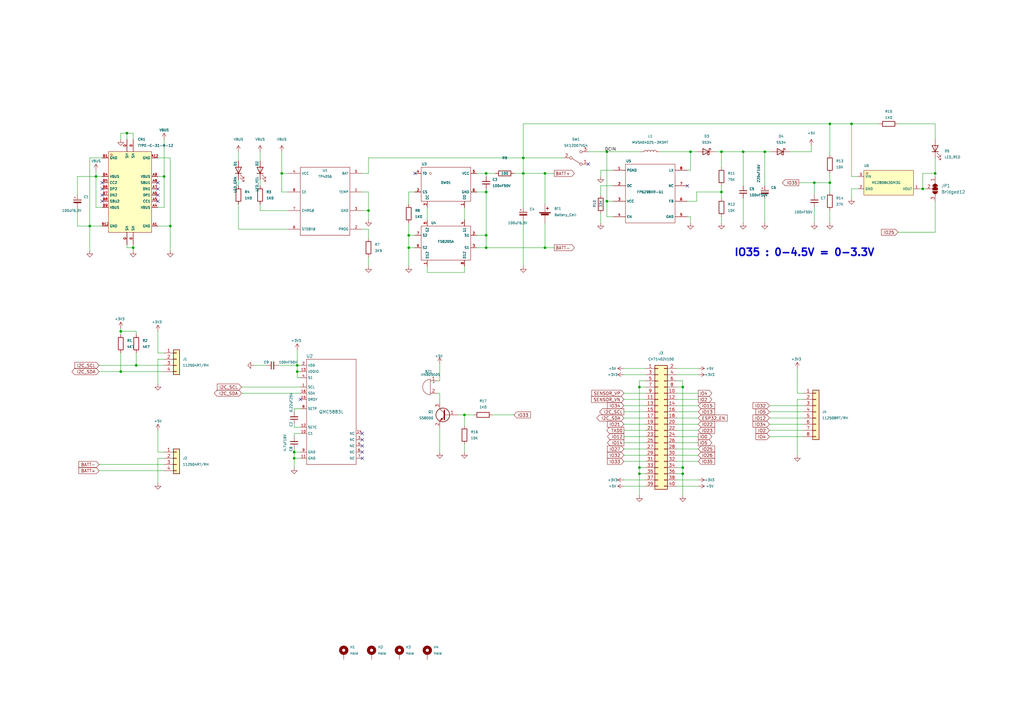
<source format=kicad_sch>
(kicad_sch (version 20211123) (generator eeschema)
  (paper "A3")
  (title_block (rev "1"))
  (lib_symbols
    (symbol "Connector_Generic:Conn_01x04" (pin_names (offset 1.016) hide)
      (property "Reference" "J" (at 0 5.08 0))
      (property "Value" "Conn_01x04" (at 0 -7.62 0))
      (symbol "Conn_01x04_1_1"
        (pin passive line (at -5.08 2.54 0) (length 3.81) (name "Pin_1") (number "1"))
        (pin passive line (at -5.08 0 0) (length 3.81) (name "Pin_2") (number "2"))
        (pin passive line (at -5.08 -2.54 0) (length 3.81) (name "Pin_3") (number "3"))
        (pin passive line (at -5.08 -5.08 0) (length 3.81) (name "Pin_4") (number "4"))
      )
    )
    (symbol "Connector_Generic:Conn_01x08" (pin_names (offset 1.016) hide)
      (property "Reference" "J" (at 0 10.16 0))
      (property "Value" "Conn_01x08" (at 0 -12.7 0))
      (symbol "Conn_01x08_1_1"
        (pin passive line (at -5.08 7.62 0) (length 3.81) (name "Pin_1") (number "1"))
        (pin passive line (at -5.08 5.08 0) (length 3.81) (name "Pin_2") (number "2"))
        (pin passive line (at -5.08 2.54 0) (length 3.81) (name "Pin_3") (number "3"))
        (pin passive line (at -5.08 0 0) (length 3.81) (name "Pin_4") (number "4"))
        (pin passive line (at -5.08 -2.54 0) (length 3.81) (name "Pin_5") (number "5"))
        (pin passive line (at -5.08 -5.08 0) (length 3.81) (name "Pin_6") (number "6"))
        (pin passive line (at -5.08 -7.62 0) (length 3.81) (name "Pin_7") (number "7"))
        (pin passive line (at -5.08 -10.16 0) (length 3.81) (name "Pin_8") (number "8"))
      )
    )
    (symbol "Connector_Generic:Conn_02x20_Odd_Even" (pin_names (offset 1.016) hide)
      (property "Reference" "J" (at 1.27 25.4 0))
      (property "Value" "Conn_02x20_Odd_Even" (at 1.27 -27.94 0))
      (symbol "Conn_02x20_Odd_Even_1_1"
        (pin passive line (at -5.08 22.86 0) (length 3.81) (name "Pin_1") (number "1"))
        (pin passive line (at 7.62 12.7 180) (length 3.81) (name "Pin_10") (number "10"))
        (pin passive line (at -5.08 10.16 0) (length 3.81) (name "Pin_11") (number "11"))
        (pin passive line (at 7.62 10.16 180) (length 3.81) (name "Pin_12") (number "12"))
        (pin passive line (at -5.08 7.62 0) (length 3.81) (name "Pin_13") (number "13"))
        (pin passive line (at 7.62 7.62 180) (length 3.81) (name "Pin_14") (number "14"))
        (pin passive line (at -5.08 5.08 0) (length 3.81) (name "Pin_15") (number "15"))
        (pin passive line (at 7.62 5.08 180) (length 3.81) (name "Pin_16") (number "16"))
        (pin passive line (at -5.08 2.54 0) (length 3.81) (name "Pin_17") (number "17"))
        (pin passive line (at 7.62 2.54 180) (length 3.81) (name "Pin_18") (number "18"))
        (pin passive line (at -5.08 0 0) (length 3.81) (name "Pin_19") (number "19"))
        (pin passive line (at 7.62 22.86 180) (length 3.81) (name "Pin_2") (number "2"))
        (pin passive line (at 7.62 0 180) (length 3.81) (name "Pin_20") (number "20"))
        (pin passive line (at -5.08 -2.54 0) (length 3.81) (name "Pin_21") (number "21"))
        (pin passive line (at 7.62 -2.54 180) (length 3.81) (name "Pin_22") (number "22"))
        (pin passive line (at -5.08 -5.08 0) (length 3.81) (name "Pin_23") (number "23"))
        (pin passive line (at 7.62 -5.08 180) (length 3.81) (name "Pin_24") (number "24"))
        (pin passive line (at -5.08 -7.62 0) (length 3.81) (name "Pin_25") (number "25"))
        (pin passive line (at 7.62 -7.62 180) (length 3.81) (name "Pin_26") (number "26"))
        (pin passive line (at -5.08 -10.16 0) (length 3.81) (name "Pin_27") (number "27"))
        (pin passive line (at 7.62 -10.16 180) (length 3.81) (name "Pin_28") (number "28"))
        (pin passive line (at -5.08 -12.7 0) (length 3.81) (name "Pin_29") (number "29"))
        (pin passive line (at -5.08 20.32 0) (length 3.81) (name "Pin_3") (number "3"))
        (pin passive line (at 7.62 -12.7 180) (length 3.81) (name "Pin_30") (number "30"))
        (pin passive line (at -5.08 -15.24 0) (length 3.81) (name "Pin_31") (number "31"))
        (pin passive line (at 7.62 -15.24 180) (length 3.81) (name "Pin_32") (number "32"))
        (pin passive line (at -5.08 -17.78 0) (length 3.81) (name "Pin_33") (number "33"))
        (pin passive line (at 7.62 -17.78 180) (length 3.81) (name "Pin_34") (number "34"))
        (pin passive line (at -5.08 -20.32 0) (length 3.81) (name "Pin_35") (number "35"))
        (pin passive line (at 7.62 -20.32 180) (length 3.81) (name "Pin_36") (number "36"))
        (pin passive line (at -5.08 -22.86 0) (length 3.81) (name "Pin_37") (number "37"))
        (pin passive line (at 7.62 -22.86 180) (length 3.81) (name "Pin_38") (number "38"))
        (pin passive line (at -5.08 -25.4 0) (length 3.81) (name "Pin_39") (number "39"))
        (pin passive line (at 7.62 20.32 180) (length 3.81) (name "Pin_4") (number "4"))
        (pin passive line (at 7.62 -25.4 180) (length 3.81) (name "Pin_40") (number "40"))
        (pin passive line (at -5.08 17.78 0) (length 3.81) (name "Pin_5") (number "5"))
        (pin passive line (at 7.62 17.78 180) (length 3.81) (name "Pin_6") (number "6"))
        (pin passive line (at -5.08 15.24 0) (length 3.81) (name "Pin_7") (number "7"))
        (pin passive line (at 7.62 15.24 180) (length 3.81) (name "Pin_8") (number "8"))
        (pin passive line (at -5.08 12.7 0) (length 3.81) (name "Pin_9") (number "9"))
      )
    )
    (symbol "Device:Battery_Cell" (pin_numbers hide) (pin_names (offset 0) hide)
      (property "Reference" "BT" (at 2.54 2.54 0))
      (property "Value" "Battery_Cell" (at 2.54 0 0))
      (symbol "Battery_Cell_1_1"
        (pin passive line (at 0 5.08 270) (length 2.54) (name "+") (number "1"))
        (pin passive line (at 0 -2.54 90) (length 2.54) (name "-") (number "2"))
      )
    )
    (symbol "Device:Buzzer" (pin_names (offset 0.0254) hide)
      (property "Reference" "BZ" (at 3.81 1.27 0))
      (property "Value" "Buzzer" (at 3.81 -1.27 0))
      (symbol "Buzzer_1_1"
        (pin passive line (at -2.54 2.54 0) (length 2.54) (name "-") (number "1"))
        (pin passive line (at -2.54 -2.54 0) (length 2.54) (name "+") (number "2"))
      )
    )
    (symbol "Device:C_Polarized_Small" (pin_numbers hide) (pin_names (offset 0.254) hide)
      (property "Reference" "C" (at 0.254 1.778 0))
      (property "Value" "C_Polarized_Small" (at 0.254 -2.032 0))
      (symbol "C_Polarized_Small_1_1"
        (pin passive line (at 0 2.54 270) (length 1.8542) (name "~") (number "1"))
        (pin passive line (at 0 -2.54 90) (length 1.8542) (name "~") (number "2"))
      )
    )
    (symbol "Device:C_Small" (pin_numbers hide) (pin_names (offset 0.254) hide)
      (property "Reference" "C" (at 0.254 1.778 0))
      (property "Value" "C_Small" (at 0.254 -2.032 0))
      (symbol "C_Small_1_1"
        (pin passive line (at 0 2.54 270) (length 2.032) (name "~") (number "1"))
        (pin passive line (at 0 -2.54 90) (length 2.032) (name "~") (number "2"))
      )
    )
    (symbol "Device:D_Schottky" (pin_numbers hide) (pin_names (offset 1.016) hide)
      (property "Reference" "D" (at 0 2.54 0))
      (property "Value" "D_Schottky" (at 0 -2.54 0))
      (symbol "D_Schottky_1_1"
        (pin passive line (at -3.81 0 0) (length 2.54) (name "K") (number "1"))
        (pin passive line (at 3.81 0 180) (length 2.54) (name "A") (number "2"))
      )
    )
    (symbol "Device:L" (pin_numbers hide) (pin_names (offset 1.016) hide)
      (property "Reference" "L" (at -1.27 0 90))
      (property "Value" "L" (at 1.905 0 90))
      (symbol "L_1_1"
        (pin passive line (at 0 3.81 270) (length 1.27) (name "1") (number "1"))
        (pin passive line (at 0 -3.81 90) (length 1.27) (name "2") (number "2"))
      )
    )
    (symbol "Device:LED" (pin_numbers hide) (pin_names (offset 1.016) hide)
      (property "Reference" "D" (at 0 2.54 0))
      (property "Value" "LED" (at 0 -2.54 0))
      (symbol "LED_1_1"
        (pin passive line (at -3.81 0 0) (length 2.54) (name "K") (number "1"))
        (pin passive line (at 3.81 0 180) (length 2.54) (name "A") (number "2"))
      )
    )
    (symbol "Device:R" (pin_numbers hide) (pin_names (offset 0))
      (property "Reference" "R" (at 2.032 0 90))
      (property "Value" "R" (at 0 0 90))
      (symbol "R_1_1"
        (pin passive line (at 0 3.81 270) (length 1.27) (name "~") (number "1"))
        (pin passive line (at 0 -3.81 90) (length 1.27) (name "~") (number "2"))
      )
    )
    (symbol "Jumper:SolderJumper_3_Bridged12" (pin_names (offset 0) hide)
      (property "Reference" "JP" (at -2.54 -2.54 0))
      (property "Value" "SolderJumper_3_Bridged12" (at 0 2.794 0))
      (symbol "SolderJumper_3_Bridged12_1_1"
        (pin passive line (at -5.08 0 0) (length 2.54) (name "A") (number "1"))
        (pin passive line (at 0 -3.81 90) (length 2.54) (name "C") (number "2"))
        (pin passive line (at 5.08 0 180) (length 2.54) (name "B") (number "3"))
      )
    )
    (symbol "Mechanical:MountingHole_Pad" (pin_numbers hide) (pin_names (offset 1.016) hide)
      (property "Reference" "H" (at 0 6.35 0))
      (property "Value" "MountingHole_Pad" (at 0 4.445 0))
      (symbol "MountingHole_Pad_1_1"
        (pin input line (at 0 -2.54 90) (length 2.54) (name "1") (number "1"))
      )
    )
    (symbol "Switch:SW_SPDT" (pin_names (offset 0) hide)
      (property "Reference" "SW" (at 0 4.318 0))
      (property "Value" "SW_SPDT" (at 0 -5.08 0))
      (symbol "SW_SPDT_1_1"
        (pin passive line (at 5.08 2.54 180) (length 2.54) (name "A") (number "1"))
        (pin passive line (at -5.08 0 0) (length 2.54) (name "B") (number "2"))
        (pin passive line (at 5.08 -2.54 180) (length 2.54) (name "C") (number "3"))
      )
    )
    (symbol "lcsc_schematic_lib:ME2808A30M3G"
      (property "Reference" "U" (at -8.89 6.35 0))
      (property "Value" "ME2808A30M3G" (at 0 0 0))
      (symbol "ME2808A30M3G_0_0"
        (pin unspecified line (at 12.7 -2.54 180) (length 2.54) (name "VOUT") (number "1"))
        (pin unspecified line (at -12.7 -2.54 0) (length 2.54) (name "GND") (number "2"))
        (pin unspecified line (at -12.7 2.54 0) (length 2.54) (name "VIN") (number "3"))
      )
    )
    (symbol "power:+3V3" (power) (pin_names (offset 0))
      (property "Value" "+3V3" (at 0 3.556 0))
      (symbol "+3V3_1_1"
        (pin power_in line (at 0 0 90) (length 0) hide (name "+3V3") (number "1"))
      )
    )
    (symbol "power:+5V" (power) (pin_names (offset 0))
      (property "Value" "+5V" (at 0 3.556 0))
      (symbol "+5V_1_1"
        (pin power_in line (at 0 0 90) (length 0) hide (name "+5V") (number "1"))
      )
    )
    (symbol "power:GND" (power) (pin_names (offset 0))
      (property "Value" "GND" (at 0 -3.81 0))
      (symbol "GND_1_1"
        (pin power_in line (at 0 0 270) (length 0) hide (name "GND") (number "1"))
      )
    )
    (symbol "power:VBUS" (power) (pin_names (offset 0))
      (property "Value" "VBUS" (at 0 3.81 0))
      (symbol "VBUS_1_1"
        (pin power_in line (at 0 0 90) (length 0) hide (name "VBUS") (number "1"))
      )
    )
    (symbol "schematic_lib:DW01"
      (property "Reference" "U" (at -8.89 7.62 0))
      (property "Value" "DW01" (at 0 -3.81 0))
      (symbol "DW01_0_0"
        (pin unspecified line (at 7.62 -10.16 90) (length 2.54) (name "OD") (number "1"))
        (pin unspecified line (at -12.7 -3.81 0) (length 2.54) (name "CS") (number "2"))
        (pin unspecified line (at -7.62 -10.16 90) (length 2.54) (name "OC") (number "3"))
        (pin unspecified line (at -12.7 3.81 0) (length 2.54) (name "TD") (number "4"))
        (pin unspecified line (at 12.7 3.81 180) (length 2.54) (name "VCC") (number "5"))
        (pin unspecified line (at 12.7 -3.81 180) (length 2.54) (name "GND") (number "6"))
      )
    )
    (symbol "schematic_lib:FP6298XR-G1"
      (property "Reference" "U" (at -8.89 13.97 0))
      (property "Value" "FP6298XR-G1" (at 0 2.54 0))
      (symbol "FP6298XR-G1_0_0"
        (pin unspecified line (at -15.24 10.16 0) (length 5.08) (name "PGND") (number "1"))
        (pin unspecified line (at -15.24 3.81 0) (length 5.08) (name "OC") (number "2"))
        (pin unspecified line (at -15.24 -2.54 0) (length 5.08) (name "VCC") (number "3"))
        (pin unspecified line (at -15.24 -8.89 0) (length 5.08) (name "EN") (number "4"))
        (pin unspecified line (at 15.24 -8.89 180) (length 5.08) (name "GND") (number "5"))
        (pin unspecified line (at 15.24 -2.54 180) (length 5.08) (name "FB") (number "6"))
        (pin unspecified line (at 15.24 3.81 180) (length 5.08) (name "NC") (number "7"))
        (pin unspecified line (at 15.24 10.16 180) (length 5.08) (name "LX") (number "8"))
        (pin unspecified line (at 15.24 -8.89 180) (length 5.08) hide (name "EP") (number "9"))
      )
    )
    (symbol "schematic_lib:FS8205A"
      (property "Reference" "U" (at -10.16 7.62 0))
      (property "Value" "FS8205A" (at 0 0 0))
      (symbol "FS8205A_0_0"
        (pin unspecified line (at -7.62 -10.16 90) (length 2.54) (name "D12") (number "1"))
        (pin unspecified line (at 12.7 2.54 180) (length 2.54) (name "S1") (number "2"))
        (pin unspecified line (at 12.7 -2.54 180) (length 2.54) (name "S1") (number "3"))
        (pin unspecified line (at 7.62 8.89 270) (length 2.54) (name "G1") (number "4"))
        (pin unspecified line (at -7.62 8.89 270) (length 2.54) (name "G2") (number "5"))
        (pin unspecified line (at -12.7 -2.54 0) (length 2.54) (name "S2") (number "6"))
        (pin unspecified line (at -12.7 2.54 0) (length 2.54) (name "S2") (number "7"))
        (pin unspecified line (at 7.62 -10.16 90) (length 2.54) (name "D12") (number "8"))
      )
    )
    (symbol "schematic_lib:QMC5883L"
      (property "Reference" "U2" (at -8.89 21.59 0))
      (property "Value" "QMC5883L" (at 0 2.54 0))
      (symbol "QMC5883L_0_0"
        (pin unspecified line (at -12.7 8.89 0) (length 2.54) (name "SCL") (number "1"))
        (pin unspecified line (at -12.7 -10.16 0) (length 2.54) (name "C1") (number "10"))
        (pin unspecified line (at -12.7 -20.32 0) (length 2.54) (name "GND") (number "11"))
        (pin unspecified line (at -12.7 -7.62 0) (length 2.54) (name "SETC") (number "12"))
        (pin unspecified line (at -12.7 15.24 0) (length 2.54) (name "VDDIO") (number "13"))
        (pin unspecified line (at 12.7 -10.16 180) (length 2.54) (name "NC") (number "14"))
        (pin unspecified line (at -12.7 3.81 0) (length 2.54) (name "DRDY") (number "15"))
        (pin unspecified line (at -12.7 6.35 0) (length 2.54) (name "SDA") (number "16"))
        (pin unspecified line (at -12.7 17.78 0) (length 2.54) (name "VDD") (number "2"))
        (pin unspecified line (at 12.7 -12.7 180) (length 2.54) (name "NC") (number "3"))
        (pin unspecified line (at -12.7 12.7 0) (length 2.54) (name "S1") (number "4"))
        (pin unspecified line (at 12.7 -15.24 180) (length 2.54) (name "NC") (number "5"))
        (pin unspecified line (at 12.7 -17.78 180) (length 2.54) (name "NC") (number "6"))
        (pin unspecified line (at 12.7 -20.32 180) (length 2.54) (name "NC") (number "7"))
        (pin unspecified line (at -12.7 0 0) (length 2.54) (name "SETP") (number "8"))
        (pin unspecified line (at -12.7 -17.78 0) (length 2.54) (name "GND") (number "9"))
      )
    )
    (symbol "schematic_lib:SS8050" (pin_names (offset 0) hide)
      (property "Reference" "Q?" (at 5.08 1.2701 0))
      (property "Value" "SS8050" (at 5.08 -1.2699 0))
      (symbol "SS8050_1_1"
        (pin input line (at -5.08 0 0) (length 5.08) (name "B") (number "1"))
        (pin passive line (at 2.54 -5.08 90) (length 2.54) (name "E") (number "2"))
        (pin passive line (at 2.54 5.08 270) (length 2.54) (name "C") (number "3"))
      )
    )
    (symbol "schematic_lib:TP4056"
      (property "Reference" "U" (at -8.89 15.24 0))
      (property "Value" "TP4056" (at 0 6.35 0))
      (symbol "TP4056_0_0"
        (pin unspecified line (at 15.24 3.81 180) (length 5.08) (name "TEMP") (number "1"))
        (pin unspecified line (at 15.24 -11.43 180) (length 5.08) (name "PROG") (number "2"))
        (pin unspecified line (at 15.24 -3.81 180) (length 5.08) (name "GND") (number "3"))
        (pin unspecified line (at -15.24 11.43 0) (length 5.08) (name "VCC") (number "4"))
        (pin unspecified line (at 15.24 11.43 180) (length 5.08) (name "BAT") (number "5"))
        (pin unspecified line (at -15.24 -11.43 0) (length 5.08) (name "STDBY#") (number "6"))
        (pin unspecified line (at -15.24 -3.81 0) (length 5.08) (name "CHRG#") (number "7"))
        (pin unspecified line (at -15.24 3.81 0) (length 5.08) (name "CE") (number "8"))
        (pin unspecified line (at 15.24 -3.81 180) (length 5.08) hide (name "EP") (number "9"))
      )
    )
    (symbol "schematic_lib:TYPE-C-31-M-12"
      (property "Reference" "U6" (at 4.4109 7.62 0))
      (property "Value" "TYPE-C-31-M-12" (at 4.4109 5.08 0))
      (symbol "TYPE-C-31-M-12_0_0"
        (pin unspecified line (at 0 -35.56 90) (length 5.08) (name "SH") (number "0"))
        (pin unspecified line (at 0 7.62 270) (length 5.08) (name "SH") (number "0"))
        (pin unspecified line (at 2.54 -35.56 90) (length 5.08) (name "SH") (number "0"))
        (pin unspecified line (at 2.54 7.62 270) (length 5.08) (name "SH") (number "0"))
        (pin unspecified line (at 12.7 -27.94 180) (length 2.54) (name "GND") (number "A1"))
        (pin unspecified line (at 12.7 0 180) (length 2.54) (name "GND") (number "A12"))
        (pin unspecified line (at 12.7 -20.32 180) (length 2.54) (name "VBUS") (number "A4"))
        (pin unspecified line (at 12.7 -17.78 180) (length 2.54) (name "CC1") (number "A5"))
        (pin unspecified line (at 12.7 -15.24 180) (length 2.54) (name "DP1") (number "A6"))
        (pin unspecified line (at 12.7 -12.7 180) (length 2.54) (name "DN1") (number "A7"))
        (pin unspecified line (at 12.7 -10.16 180) (length 2.54) (name "SBU1") (number "A8"))
        (pin unspecified line (at 12.7 -7.62 180) (length 2.54) (name "VBUS") (number "A9"))
        (pin unspecified line (at -10.16 0 0) (length 2.54) (name "GND") (number "B1"))
        (pin unspecified line (at -10.16 -27.94 0) (length 2.54) (name "GND") (number "B12"))
        (pin unspecified line (at -10.16 -7.62 0) (length 2.54) (name "VBUS") (number "B4"))
        (pin unspecified line (at -10.16 -10.16 0) (length 2.54) (name "CC2") (number "B5"))
        (pin unspecified line (at -10.16 -12.7 0) (length 2.54) (name "DP2") (number "B6"))
        (pin unspecified line (at -10.16 -15.24 0) (length 2.54) (name "DN2") (number "B7"))
        (pin unspecified line (at -10.16 -17.78 0) (length 2.54) (name "SBU2") (number "B8"))
        (pin unspecified line (at -10.16 -20.32 0) (length 2.54) (name "VBUS") (number "B9"))
      )
    )
  )
  (junction (at 280.035 194.31))
  (junction (at 349.25 50.8))
  (junction (at 262.255 191.77))
  (junction (at 340.36 50.8))
  (junction (at 67.31 72.39))
  (junction (at 167.64 101.6))
  (junction (at 120.65 185.42))
  (junction (at 262.255 158.75))
  (junction (at 295.91 78.74))
  (junction (at 167.64 96.52))
  (junction (at 248.92 82.55))
  (junction (at 383.54 71.12))
  (junction (at 115.57 71.12))
  (junction (at 39.37 72.39))
  (junction (at 49.53 152.4))
  (junction (at 313.69 62.23))
  (junction (at 280.035 191.77))
  (junction (at 151.13 86.36))
  (junction (at 199.39 78.74))
  (junction (at 280.035 158.75))
  (junction (at 190.5 170.18))
  (junction (at 55.88 149.86))
  (junction (at 283.21 62.23))
  (junction (at 120.65 187.96))
  (junction (at 199.39 101.6))
  (junction (at 340.36 74.93))
  (junction (at 214.63 71.12))
  (junction (at 304.8 62.23))
  (junction (at 248.92 62.23))
  (junction (at 54.61 101.6))
  (junction (at 262.255 194.31))
  (junction (at 334.01 74.93))
  (junction (at 378.46 77.47))
  (junction (at 223.52 71.12))
  (junction (at 69.85 92.71))
  (junction (at 49.53 135.89))
  (junction (at 52.07 54.61))
  (junction (at 295.91 62.23))
  (junction (at 121.92 149.86))
  (junction (at 199.39 71.12))
  (junction (at 36.83 92.71))
  (junction (at 121.92 152.4))
  (junction (at 223.52 101.6))
  (junction (at 199.39 96.52))
  (junction (at 214.63 64.77))
  (no_connect (at 281.94 76.2))
  (no_connect (at 64.77 77.47))
  (no_connect (at 41.91 74.93))
  (no_connect (at 64.77 82.55))
  (no_connect (at 41.91 77.47))
  (no_connect (at 41.91 80.01))
  (no_connect (at 41.91 82.55))
  (no_connect (at 64.77 74.93))
  (no_connect (at 64.77 80.01))
  (no_connect (at 170.18 71.12))
  (no_connect (at 241.3 67.31))
  (no_connect (at 123.19 163.83))
  (no_connect (at 148.59 187.96))
  (no_connect (at 148.59 182.88))
  (no_connect (at 148.59 180.34))
  (no_connect (at 148.59 185.42))
  (no_connect (at 148.59 177.8))
  (wire (pts (xy 123.19 167.64) (xy 120.65 167.64)))
  (wire (pts (xy 255.905 161.29) (xy 264.795 161.29)))
  (wire (pts (xy 106.68 86.36) (xy 118.11 86.36)))
  (wire (pts (xy 49.53 54.61) (xy 49.53 57.15)))
  (wire (pts (xy 262.255 156.21) (xy 262.255 158.75)))
  (wire (pts (xy 281.94 69.85) (xy 283.21 69.85)))
  (wire (pts (xy 99.06 158.75) (xy 123.19 158.75)))
  (wire (pts (xy 270.51 62.23) (xy 283.21 62.23)))
  (wire (pts (xy 280.035 156.21) (xy 280.035 158.75)))
  (wire (pts (xy 187.96 170.18) (xy 190.5 170.18)))
  (wire (pts (xy 334.01 74.93) (xy 340.36 74.93)))
  (wire (pts (xy 280.035 194.31) (xy 280.035 203.2)))
  (wire (pts (xy 97.79 73.66) (xy 97.79 76.2)))
  (wire (pts (xy 214.63 50.8) (xy 340.36 50.8)))
  (wire (pts (xy 277.495 156.21) (xy 280.035 156.21)))
  (wire (pts (xy 97.79 83.82) (xy 97.79 93.98)))
  (wire (pts (xy 295.91 88.9) (xy 295.91 91.44)))
  (wire (pts (xy 69.85 92.71) (xy 69.85 102.87)))
  (wire (pts (xy 223.52 101.6) (xy 227.33 101.6)))
  (wire (pts (xy 148.59 71.12) (xy 151.13 71.12)))
  (wire (pts (xy 199.39 96.52) (xy 199.39 101.6)))
  (wire (pts (xy 340.36 50.8) (xy 340.36 63.5)))
  (wire (pts (xy 49.53 144.78) (xy 49.53 152.4)))
  (wire (pts (xy 262.255 194.31) (xy 264.795 194.31)))
  (wire (pts (xy 223.52 71.12) (xy 223.52 83.82)))
  (wire (pts (xy 41.91 64.77) (xy 36.83 64.77)))
  (wire (pts (xy 277.495 173.99) (xy 286.385 173.99)))
  (wire (pts (xy 283.21 62.23) (xy 285.75 62.23)))
  (wire (pts (xy 383.54 71.12) (xy 383.54 72.39)))
  (wire (pts (xy 340.36 86.36) (xy 340.36 91.44)))
  (wire (pts (xy 64.77 135.89) (xy 64.77 144.78)))
  (wire (pts (xy 195.58 96.52) (xy 199.39 96.52)))
  (wire (pts (xy 329.565 163.83) (xy 327.025 163.83)))
  (wire (pts (xy 64.77 64.77) (xy 69.85 64.77)))
  (wire (pts (xy 277.495 166.37) (xy 286.385 166.37)))
  (wire (pts (xy 52.07 54.61) (xy 52.07 57.15)))
  (wire (pts (xy 55.88 137.16) (xy 55.88 135.89)))
  (wire (pts (xy 148.59 86.36) (xy 151.13 86.36)))
  (wire (pts (xy 121.92 152.4) (xy 123.19 152.4)))
  (wire (pts (xy 195.58 78.74) (xy 199.39 78.74)))
  (wire (pts (xy 115.57 71.12) (xy 118.11 71.12)))
  (wire (pts (xy 123.19 177.8) (xy 120.65 177.8)))
  (wire (pts (xy 315.595 168.91) (xy 329.565 168.91)))
  (wire (pts (xy 327.025 163.83) (xy 327.025 186.69)))
  (wire (pts (xy 49.53 135.89) (xy 55.88 135.89)))
  (wire (pts (xy 285.75 78.74) (xy 295.91 78.74)))
  (wire (pts (xy 315.595 166.37) (xy 329.565 166.37)))
  (wire (pts (xy 64.77 85.09) (xy 67.31 85.09)))
  (wire (pts (xy 52.07 101.6) (xy 54.61 101.6)))
  (wire (pts (xy 31.75 72.39) (xy 39.37 72.39)))
  (wire (pts (xy 49.53 135.89) (xy 49.53 137.16)))
  (wire (pts (xy 383.54 95.25) (xy 383.54 82.55)))
  (wire (pts (xy 123.19 154.94) (xy 121.92 154.94)))
  (wire (pts (xy 295.91 78.74) (xy 295.91 81.28)))
  (wire (pts (xy 120.65 187.96) (xy 120.65 191.77)))
  (wire (pts (xy 120.65 185.42) (xy 120.65 187.96)))
  (wire (pts (xy 170.18 78.74) (xy 167.64 78.74)))
  (wire (pts (xy 69.85 64.77) (xy 69.85 92.71)))
  (wire (pts (xy 167.64 101.6) (xy 167.64 109.22)))
  (wire (pts (xy 39.37 69.85) (xy 39.37 72.39)))
  (wire (pts (xy 255.905 153.67) (xy 264.795 153.67)))
  (wire (pts (xy 295.91 62.23) (xy 304.8 62.23)))
  (wire (pts (xy 277.495 171.45) (xy 286.385 171.45)))
  (wire (pts (xy 214.63 85.09) (xy 214.63 71.12)))
  (wire (pts (xy 54.61 54.61) (xy 52.07 54.61)))
  (wire (pts (xy 121.92 149.86) (xy 121.92 152.4)))
  (wire (pts (xy 316.23 62.23) (xy 313.69 62.23)))
  (wire (pts (xy 55.88 144.78) (xy 55.88 149.86)))
  (wire (pts (xy 378.46 77.47) (xy 379.73 77.47)))
  (wire (pts (xy 255.905 166.37) (xy 264.795 166.37)))
  (wire (pts (xy 280.035 158.75) (xy 280.035 191.77)))
  (wire (pts (xy 281.94 88.9) (xy 283.21 88.9)))
  (wire (pts (xy 41.91 85.09) (xy 39.37 85.09)))
  (wire (pts (xy 262.255 191.77) (xy 264.795 191.77)))
  (wire (pts (xy 255.905 173.99) (xy 264.795 173.99)))
  (wire (pts (xy 175.26 85.09) (xy 175.26 90.17)))
  (wire (pts (xy 49.53 152.4) (xy 67.31 152.4)))
  (wire (pts (xy 151.13 86.36) (xy 151.13 90.17)))
  (wire (pts (xy 214.63 71.12) (xy 210.82 71.12)))
  (wire (pts (xy 304.8 62.23) (xy 313.69 62.23)))
  (wire (pts (xy 277.495 199.39) (xy 286.385 199.39)))
  (wire (pts (xy 223.52 91.44) (xy 223.52 101.6)))
  (wire (pts (xy 277.495 186.69) (xy 286.385 186.69)))
  (wire (pts (xy 255.905 181.61) (xy 264.795 181.61)))
  (wire (pts (xy 36.83 92.71) (xy 36.83 102.87)))
  (wire (pts (xy 214.63 90.17) (xy 214.63 109.22)))
  (wire (pts (xy 251.46 76.2) (xy 246.38 76.2)))
  (wire (pts (xy 151.13 105.41) (xy 151.13 109.22)))
  (wire (pts (xy 39.37 72.39) (xy 41.91 72.39)))
  (wire (pts (xy 67.31 85.09) (xy 67.31 72.39)))
  (wire (pts (xy 199.39 71.12) (xy 203.2 71.12)))
  (wire (pts (xy 351.79 72.39) (xy 349.25 72.39)))
  (wire (pts (xy 246.38 69.85) (xy 246.38 72.39)))
  (wire (pts (xy 251.46 69.85) (xy 246.38 69.85)))
  (wire (pts (xy 199.39 77.47) (xy 199.39 78.74)))
  (wire (pts (xy 262.89 62.23) (xy 248.92 62.23)))
  (wire (pts (xy 106.68 62.23) (xy 106.68 66.04)))
  (wire (pts (xy 40.64 190.5) (xy 67.31 190.5)))
  (wire (pts (xy 148.59 93.98) (xy 151.13 93.98)))
  (wire (pts (xy 214.63 64.77) (xy 231.14 64.77)))
  (wire (pts (xy 123.19 175.26) (xy 120.65 175.26)))
  (wire (pts (xy 36.83 64.77) (xy 36.83 92.71)))
  (wire (pts (xy 64.77 72.39) (xy 67.31 72.39)))
  (wire (pts (xy 179.07 161.29) (xy 180.34 161.29)))
  (wire (pts (xy 195.58 71.12) (xy 199.39 71.12)))
  (wire (pts (xy 332.74 59.69) (xy 332.74 62.23)))
  (wire (pts (xy 377.19 77.47) (xy 378.46 77.47)))
  (wire (pts (xy 340.36 71.12) (xy 340.36 74.93)))
  (wire (pts (xy 40.64 152.4) (xy 49.53 152.4)))
  (wire (pts (xy 262.255 158.75) (xy 264.795 158.75)))
  (wire (pts (xy 115.57 78.74) (xy 115.57 71.12)))
  (wire (pts (xy 199.39 71.12) (xy 199.39 72.39)))
  (wire (pts (xy 277.495 158.75) (xy 280.035 158.75)))
  (wire (pts (xy 148.59 78.74) (xy 151.13 78.74)))
  (wire (pts (xy 201.93 170.18) (xy 210.82 170.18)))
  (wire (pts (xy 340.36 74.93) (xy 340.36 78.74)))
  (wire (pts (xy 199.39 101.6) (xy 223.52 101.6)))
  (wire (pts (xy 180.34 156.21) (xy 179.07 156.21)))
  (wire (pts (xy 190.5 170.18) (xy 190.5 174.625)))
  (wire (pts (xy 199.39 101.6) (xy 195.58 101.6)))
  (wire (pts (xy 120.65 184.15) (xy 120.65 185.42)))
  (wire (pts (xy 121.92 149.86) (xy 123.19 149.86)))
  (wire (pts (xy 281.94 82.55) (xy 285.75 82.55)))
  (wire (pts (xy 214.63 50.8) (xy 214.63 64.77)))
  (wire (pts (xy 277.495 161.29) (xy 286.385 161.29)))
  (wire (pts (xy 118.11 78.74) (xy 115.57 78.74)))
  (wire (pts (xy 64.77 92.71) (xy 69.85 92.71)))
  (wire (pts (xy 383.54 50.8) (xy 383.54 57.15)))
  (wire (pts (xy 262.255 191.77) (xy 262.255 194.31)))
  (wire (pts (xy 36.83 92.71) (xy 41.91 92.71)))
  (wire (pts (xy 246.38 87.63) (xy 246.38 91.44)))
  (wire (pts (xy 277.495 176.53) (xy 286.385 176.53)))
  (wire (pts (xy 199.39 78.74) (xy 199.39 96.52)))
  (wire (pts (xy 277.495 153.67) (xy 286.385 153.67)))
  (wire (pts (xy 255.905 171.45) (xy 264.795 171.45)))
  (wire (pts (xy 283.21 69.85) (xy 283.21 62.23)))
  (wire (pts (xy 383.54 71.12) (xy 378.46 71.12)))
  (wire (pts (xy 106.68 73.66) (xy 106.68 76.2)))
  (wire (pts (xy 151.13 71.12) (xy 151.13 64.77)))
  (wire (pts (xy 304.8 81.28) (xy 304.8 91.44)))
  (wire (pts (xy 120.65 187.96) (xy 123.19 187.96)))
  (wire (pts (xy 167.64 101.6) (xy 170.18 101.6)))
  (wire (pts (xy 97.79 62.23) (xy 97.79 66.04)))
  (wire (pts (xy 255.905 163.83) (xy 264.795 163.83)))
  (wire (pts (xy 64.77 144.78) (xy 67.31 144.78)))
  (wire (pts (xy 315.595 176.53) (xy 329.565 176.53)))
  (wire (pts (xy 180.34 149.225) (xy 180.34 156.21)))
  (wire (pts (xy 64.77 176.53) (xy 64.77 185.42)))
  (wire (pts (xy 190.5 85.09) (xy 190.5 90.17)))
  (wire (pts (xy 368.3 95.25) (xy 383.54 95.25)))
  (wire (pts (xy 255.905 184.15) (xy 264.795 184.15)))
  (wire (pts (xy 255.905 196.85) (xy 264.795 196.85)))
  (wire (pts (xy 248.92 82.55) (xy 251.46 82.55)))
  (wire (pts (xy 315.595 171.45) (xy 329.565 171.45)))
  (wire (pts (xy 246.38 76.2) (xy 246.38 80.01)))
  (wire (pts (xy 277.495 184.15) (xy 286.385 184.15)))
  (wire (pts (xy 277.495 168.91) (xy 286.385 168.91)))
  (wire (pts (xy 167.64 91.44) (xy 167.64 96.52)))
  (wire (pts (xy 67.31 187.96) (xy 64.77 187.96)))
  (wire (pts (xy 40.64 193.04) (xy 67.31 193.04)))
  (wire (pts (xy 349.25 50.8) (xy 360.68 50.8)))
  (wire (pts (xy 277.495 163.83) (xy 286.385 163.83)))
  (wire (pts (xy 109.22 149.86) (xy 104.14 149.86)))
  (wire (pts (xy 264.795 156.21) (xy 262.255 156.21)))
  (wire (pts (xy 378.46 71.12) (xy 378.46 77.47)))
  (wire (pts (xy 327.025 151.13) (xy 327.025 161.29)))
  (wire (pts (xy 277.495 191.77) (xy 280.035 191.77)))
  (wire (pts (xy 54.61 100.33) (xy 54.61 101.6)))
  (wire (pts (xy 55.88 149.86) (xy 67.31 149.86)))
  (wire (pts (xy 121.92 154.94) (xy 121.92 152.4)))
  (wire (pts (xy 190.5 170.18) (xy 194.31 170.18)))
  (wire (pts (xy 180.34 175.26) (xy 180.34 185.42)))
  (wire (pts (xy 277.495 196.85) (xy 286.385 196.85)))
  (wire (pts (xy 255.905 189.23) (xy 264.795 189.23)))
  (wire (pts (xy 31.75 85.09) (xy 31.75 92.71)))
  (wire (pts (xy 349.25 72.39) (xy 349.25 50.8)))
  (wire (pts (xy 262.255 194.31) (xy 262.255 203.2)))
  (wire (pts (xy 54.61 101.6) (xy 54.61 102.87)))
  (wire (pts (xy 277.495 189.23) (xy 286.385 189.23)))
  (wire (pts (xy 120.65 177.8) (xy 120.65 179.07)))
  (wire (pts (xy 52.07 100.33) (xy 52.07 101.6)))
  (wire (pts (xy 121.92 143.51) (xy 121.92 149.86)))
  (wire (pts (xy 255.905 176.53) (xy 264.795 176.53)))
  (wire (pts (xy 368.3 50.8) (xy 383.54 50.8)))
  (wire (pts (xy 151.13 78.74) (xy 151.13 86.36)))
  (wire (pts (xy 99.06 161.29) (xy 123.19 161.29)))
  (wire (pts (xy 67.31 57.15) (xy 67.31 72.39)))
  (wire (pts (xy 223.52 71.12) (xy 227.33 71.12)))
  (wire (pts (xy 293.37 62.23) (xy 295.91 62.23)))
  (wire (pts (xy 280.035 191.77) (xy 280.035 194.31)))
  (wire (pts (xy 295.91 76.2) (xy 295.91 78.74)))
  (wire (pts (xy 54.61 57.15) (xy 54.61 54.61)))
  (wire (pts (xy 175.26 109.22) (xy 175.26 111.76)))
  (wire (pts (xy 313.69 62.23) (xy 313.69 76.2)))
  (wire (pts (xy 214.63 71.12) (xy 223.52 71.12)))
  (wire (pts (xy 64.77 147.32) (xy 64.77 157.48)))
  (wire (pts (xy 40.64 149.86) (xy 55.88 149.86)))
  (wire (pts (xy 327.025 161.29) (xy 329.565 161.29)))
  (wire (pts (xy 120.65 175.26) (xy 120.65 173.99)))
  (wire (pts (xy 327.66 74.93) (xy 334.01 74.93)))
  (wire (pts (xy 52.07 54.61) (xy 49.53 54.61)))
  (wire (pts (xy 295.91 62.23) (xy 295.91 68.58)))
  (wire (pts (xy 315.595 173.99) (xy 329.565 173.99)))
  (wire (pts (xy 49.53 134.62) (xy 49.53 135.89)))
  (wire (pts (xy 255.905 186.69) (xy 264.795 186.69)))
  (wire (pts (xy 114.3 149.86) (xy 121.92 149.86)))
  (wire (pts (xy 180.34 161.29) (xy 180.34 165.1)))
  (wire (pts (xy 175.26 111.76) (xy 190.5 111.76)))
  (wire (pts (xy 120.65 167.64) (xy 120.65 168.91)))
  (wire (pts (xy 64.77 185.42) (xy 67.31 185.42)))
  (wire (pts (xy 115.57 62.23) (xy 115.57 71.12)))
  (wire (pts (xy 277.495 194.31) (xy 280.035 194.31)))
  (wire (pts (xy 248.92 82.55) (xy 248.92 62.23)))
  (wire (pts (xy 315.595 179.07) (xy 329.565 179.07)))
  (wire (pts (xy 167.64 78.74) (xy 167.64 83.82)))
  (wire (pts (xy 251.46 88.9) (xy 248.92 88.9)))
  (wire (pts (xy 190.5 111.76) (xy 190.5 109.22)))
  (wire (pts (xy 118.11 93.98) (xy 97.79 93.98)))
  (wire (pts (xy 39.37 85.09) (xy 39.37 72.39)))
  (wire (pts (xy 262.255 158.75) (xy 262.255 191.77)))
  (wire (pts (xy 313.69 81.28) (xy 313.69 91.44)))
  (wire (pts (xy 241.3 62.23) (xy 248.92 62.23)))
  (wire (pts (xy 167.64 96.52) (xy 167.64 101.6)))
  (wire (pts (xy 264.795 199.39) (xy 255.905 199.39)))
  (wire (pts (xy 277.495 179.07) (xy 286.385 179.07)))
  (wire (pts (xy 383.54 64.77) (xy 383.54 71.12)))
  (wire (pts (xy 304.8 62.23) (xy 304.8 76.2)))
  (wire (pts (xy 31.75 92.71) (xy 36.83 92.71)))
  (wire (pts (xy 255.905 179.07) (xy 264.795 179.07)))
  (wire (pts (xy 334.01 85.09) (xy 334.01 91.44)))
  (wire (pts (xy 264.795 151.13) (xy 255.905 151.13)))
  (wire (pts (xy 106.68 83.82) (xy 106.68 86.36)))
  (wire (pts (xy 285.75 82.55) (xy 285.75 78.74)))
  (wire (pts (xy 349.25 77.47) (xy 349.25 81.28)))
  (wire (pts (xy 351.79 77.47) (xy 349.25 77.47)))
  (wire (pts (xy 277.495 151.13) (xy 286.385 151.13)))
  (wire (pts (xy 214.63 64.77) (xy 214.63 71.12)))
  (wire (pts (xy 334.01 74.93) (xy 334.01 80.01)))
  (wire (pts (xy 31.75 80.01) (xy 31.75 72.39)))
  (wire (pts (xy 283.21 88.9) (xy 283.21 91.44)))
  (wire (pts (xy 67.31 147.32) (xy 64.77 147.32)))
  (wire (pts (xy 248.92 88.9) (xy 248.92 82.55)))
  (wire (pts (xy 340.36 50.8) (xy 349.25 50.8)))
  (wire (pts (xy 190.5 182.245) (xy 190.5 185.42)))
  (wire (pts (xy 332.74 62.23) (xy 323.85 62.23)))
  (wire (pts (xy 151.13 93.98) (xy 151.13 97.79)))
  (wire (pts (xy 167.64 96.52) (xy 170.18 96.52)))
  (wire (pts (xy 255.905 168.91) (xy 264.795 168.91)))
  (wire (pts (xy 151.13 64.77) (xy 214.63 64.77)))
  (wire (pts (xy 64.77 187.96) (xy 64.77 198.12)))
  (wire (pts (xy 123.19 185.42) (xy 120.65 185.42)))
  (wire (pts (xy 277.495 181.61) (xy 286.385 181.61)))
  (text "IO35 : 0-4.5V = 0-3.3V" (at 300.99 105.41 0) (effects (font (size 3 3) (thickness 0.6) bold) (justify left bottom)))
  (label "DCIN" (at 252.73 62.23 180))
  (global_label "SENSOR_VN" (shape input) (at 255.905 163.83 180) (property "Intersheet References" "${INTERSHEET_REFS}" (effects hide)))
  (global_label "SENSOR_VP" (shape input) (at 255.905 161.29 180) (property "Intersheet References" "${INTERSHEET_REFS}" (effects hide)))
  (global_label "IO32" (shape input) (at 255.905 186.69 180) (property "Intersheet References" "${INTERSHEET_REFS}" (effects hide)))
  (global_label "IO12" (shape input) (at 315.595 171.45 180) (property "Intersheet References" "${INTERSHEET_REFS}" (effects hide)))
  (global_label "IO35" (shape output) (at 327.66 74.93 180) (property "Intersheet References" "${INTERSHEET_REFS}" (effects hide)))
  (global_label "I2C_SCL" (shape output) (at 255.905 168.91 180) (property "Intersheet References" "${INTERSHEET_REFS}" (effects hide)))
  (global_label "IO25" (shape input) (at 368.3 95.25 180) (property "Intersheet References" "${INTERSHEET_REFS}" (effects hide)))
  (global_label "I2C_SCL" (shape input) (at 99.06 158.75 180) (property "Intersheet References" "${INTERSHEET_REFS}" (effects hide)))
  (global_label "IO2" (shape input) (at 315.595 176.53 180) (property "Intersheet References" "${INTERSHEET_REFS}" (effects hide)))
  (global_label "IO26" (shape input) (at 286.385 186.69 0) (property "Intersheet References" "${INTERSHEET_REFS}" (effects hide)))
  (global_label "IO27" (shape input) (at 255.905 184.15 180) (property "Intersheet References" "${INTERSHEET_REFS}" (effects hide)))
  (global_label "I2C_SDA" (shape bidirectional) (at 255.905 171.45 180) (property "Intersheet References" "${INTERSHEET_REFS}" (effects hide)))
  (global_label "IO12" (shape output) (at 255.905 179.07 180) (property "Intersheet References" "${INTERSHEET_REFS}" (effects hide)))
  (global_label "IO21" (shape input) (at 255.905 173.99 180) (property "Intersheet References" "${INTERSHEET_REFS}" (effects hide)))
  (global_label "IO33" (shape input) (at 255.905 189.23 180) (property "Intersheet References" "${INTERSHEET_REFS}" (effects hide)))
  (global_label "IO25" (shape input) (at 286.385 184.15 0) (property "Intersheet References" "${INTERSHEET_REFS}" (effects hide)))
  (global_label "IO0" (shape output) (at 286.385 179.07 0) (property "Intersheet References" "${INTERSHEET_REFS}" (effects hide)))
  (global_label "IO14" (shape output) (at 255.905 181.61 180) (property "Intersheet References" "${INTERSHEET_REFS}" (effects hide)))
  (global_label "IO22" (shape input) (at 286.385 173.99 0) (property "Intersheet References" "${INTERSHEET_REFS}" (effects hide)))
  (global_label "IO35" (shape input) (at 286.385 189.23 0) (property "Intersheet References" "${INTERSHEET_REFS}" (effects hide)))
  (global_label "BATT-" (shape output) (at 227.33 101.6 0) (property "Intersheet References" "${INTERSHEET_REFS}" (effects hide)))
  (global_label "ESP32_EN" (shape input) (at 286.385 171.45 0) (property "Intersheet References" "${INTERSHEET_REFS}" (effects hide)))
  (global_label "IO15" (shape input) (at 286.385 166.37 0) (property "Intersheet References" "${INTERSHEET_REFS}" (effects hide)))
  (global_label "IO2" (shape output) (at 286.385 163.83 0) (property "Intersheet References" "${INTERSHEET_REFS}" (effects hide)))
  (global_label "IO4" (shape input) (at 315.595 179.07 180) (property "Intersheet References" "${INTERSHEET_REFS}" (effects hide)))
  (global_label "IO5" (shape input) (at 315.595 168.91 180) (property "Intersheet References" "${INTERSHEET_REFS}" (effects hide)))
  (global_label "I2C_SDA" (shape bidirectional) (at 40.64 152.4 180) (property "Intersheet References" "${INTERSHEET_REFS}" (effects hide)))
  (global_label "IO34" (shape input) (at 255.905 166.37 180) (property "Intersheet References" "${INTERSHEET_REFS}" (effects hide)))
  (global_label "IO33" (shape input) (at 210.82 170.18 0) (property "Intersheet References" "${INTERSHEET_REFS}" (effects hide)))
  (global_label "IO32" (shape input) (at 315.595 166.37 180) (property "Intersheet References" "${INTERSHEET_REFS}" (effects hide)))
  (global_label "IO5" (shape output) (at 286.385 181.61 0) (property "Intersheet References" "${INTERSHEET_REFS}" (effects hide)))
  (global_label "IO34" (shape input) (at 315.595 173.99 180) (property "Intersheet References" "${INTERSHEET_REFS}" (effects hide)))
  (global_label "BATT+" (shape input) (at 40.64 193.04 180) (property "Intersheet References" "${INTERSHEET_REFS}" (effects hide)))
  (global_label "I2C_SDA" (shape bidirectional) (at 99.06 161.29 180) (property "Intersheet References" "${INTERSHEET_REFS}" (effects hide)))
  (global_label "BATT-" (shape input) (at 40.64 190.5 180) (property "Intersheet References" "${INTERSHEET_REFS}" (effects hide)))
  (global_label "TXD0" (shape output) (at 255.905 176.53 180) (property "Intersheet References" "${INTERSHEET_REFS}" (effects hide)))
  (global_label "BATT+" (shape output) (at 227.33 71.12 0) (property "Intersheet References" "${INTERSHEET_REFS}" (effects hide)))
  (global_label "IO23" (shape input) (at 286.385 176.53 0) (property "Intersheet References" "${INTERSHEET_REFS}" (effects hide)))
  (global_label "I2C_SCL" (shape input) (at 40.64 149.86 180) (property "Intersheet References" "${INTERSHEET_REFS}" (effects hide)))
  (global_label "IO4" (shape output) (at 286.385 161.29 0) (property "Intersheet References" "${INTERSHEET_REFS}" (effects hide)))
  (global_label "IO13" (shape input) (at 286.385 168.91 0) (property "Intersheet References" "${INTERSHEET_REFS}" (effects hide)))
  (symbol (lib_id "Device:C_Small") (at 304.8 78.74 0) (unit 1)
    (property "Reference" "C5" (at 307.34 77.4762 0) (effects (font (size 1 1)) (justify left)))
    (property "Value" "100nF50V" (at 307.34 80.0162 0) (effects (font (size 1 1)) (justify left)))
    (property "Footprint" "Capacitor_SMD:C_0603_1608Metric" (effects hide))
    (property "LCSC" "C14663" (effects hide))
  )
  (symbol (lib_id "schematic_lib:DW01") (at 182.88 74.93 0) (unit 1)
    (property "Reference" "U3" (at 173.99 67.31 0) (effects (font (size 1 1))))
    (property "Value" "DW01" (at 182.88 74.93 0) (effects (font (size 1 1))))
    (property "Footprint" "footprint:SOT-23-6_L2.9-W1.6-P0.95-LS2.8-BR" (effects hide))
    (property "Datasheet" "https://item.szlcsc.com/169042.html" (effects hide))
    (property "LCSC" "C181096" (effects hide))
  )
  (symbol (lib_id "power:GND") (at 167.64 109.22 0) (unit 1)
    (property "Reference" "#PWR024" (effects hide))
    (property "Value" "GND" (effects hide))
  )
  (symbol (lib_id "Device:R") (at 106.68 80.01 0) (unit 1)
    (property "Reference" "R3" (at 109.22 78.7399 0) (effects (font (size 1 1)) (justify left)))
    (property "Value" "1K0" (at 109.22 81.2799 0) (effects (font (size 1 1)) (justify left)))
    (property "Footprint" "Resistor_SMD:R_0603_1608Metric" (effects hide))
    (property "LCSC" "C21190" (effects hide))
  )
  (symbol (lib_id "power:+3V3") (at 327.025 151.13 0) (unit 1)
    (property "Reference" "#PWR042" (effects hide))
    (property "Value" "+3V3" (at 324.485 147.32 0) (effects (font (size 1 1)) (justify left)))
  )
  (symbol (lib_id "Device:C_Small") (at 111.76 149.86 90) (unit 1)
    (property "Reference" "C9" (at 109.22 148.59 90) (effects (font (size 1 1))))
    (property "Value" "100nF50V" (at 118.11 148.59 90) (effects (font (size 1 1))))
    (property "Footprint" "Capacitor_SMD:C_0603_1608Metric" (effects hide))
    (property "LCSC" "C14663" (effects hide))
  )
  (symbol (lib_id "Device:C_Small") (at 120.65 171.45 180) (unit 1)
    (property "Reference" "C2" (at 119.38 173.99 90) (effects (font (size 1 1))))
    (property "Value" "0.22uF25V" (at 119.38 165.1 90) (effects (font (size 1 1))))
    (property "Footprint" "Capacitor_SMD:C_0603_1608Metric" (effects hide))
    (property "LCSC" "C21120" (effects hide))
  )
  (symbol (lib_id "power:+3V3") (at 64.77 135.89 0) (unit 1)
    (property "Reference" "#PWR07" (effects hide))
    (property "Value" "+3V3" (at 62.23 132.08 0) (effects (font (size 1 1)) (justify left)))
  )
  (symbol (lib_id "power:GND") (at 327.025 186.69 0) (unit 1)
    (property "Reference" "#PWR043" (effects hide))
    (property "Value" "GND" (effects hide))
  )
  (symbol (lib_id "Device:L") (at 266.7 62.23 90) (unit 1)
    (property "Reference" "L1" (at 266.7 55.88 90) (effects (font (size 1 1))))
    (property "Value" "MWSA0402S-3R3MT" (at 266.7 58.42 90) (effects (font (size 1 1))))
    (property "Footprint" "footprint:IND-SMD_L4.2-W4.4_MWSA0402S-XX" (effects hide))
    (property "LCSC" "C408336" (effects hide))
  )
  (symbol (lib_id "power:GND") (at 64.77 157.48 0) (unit 1)
    (property "Reference" "#PWR08" (effects hide))
    (property "Value" "GND" (effects hide))
  )
  (symbol (lib_id "Device:R") (at 167.64 87.63 0) (unit 1)
    (property "Reference" "R8" (at 170.18 86.3599 0) (effects (font (size 1 1)) (justify left)))
    (property "Value" "1K0" (at 170.18 88.8999 0) (effects (font (size 1 1)) (justify left)))
    (property "Footprint" "Resistor_SMD:R_0603_1608Metric" (effects hide))
    (property "LCSC" "C21190" (effects hide))
  )
  (symbol (lib_id "Device:C_Small") (at 199.39 74.93 0) (unit 1)
    (property "Reference" "C3" (at 201.93 73.6662 0) (effects (font (size 1 1)) (justify left)))
    (property "Value" "100nF50V" (at 201.93 76.2062 0) (effects (font (size 1 1)) (justify left)))
    (property "Footprint" "Capacitor_SMD:C_0603_1608Metric" (effects hide))
    (property "LCSC" "C14663" (effects hide))
  )
  (symbol (lib_id "power:GND") (at 104.14 149.86 270) (unit 1)
    (property "Reference" "#PWR0101" (effects hide))
    (property "Value" "GND" (effects hide))
  )
  (symbol (lib_id "power:+5V") (at 332.74 59.69 0) (unit 1)
    (property "Reference" "#PWR044" (effects hide))
    (property "Value" "+5V" (at 332.74 54.61 0) (effects (font (size 1 1))))
  )
  (symbol (lib_id "power:GND") (at 151.13 109.22 0) (unit 1)
    (property "Reference" "#PWR021" (effects hide))
    (property "Value" "GND" (effects hide))
  )
  (symbol (lib_id "Device:LED") (at 97.79 69.85 90) (unit 1)
    (property "Reference" "D1" (at 96.52 66.04 0) (effects (font (size 1 1)) (justify right)))
    (property "Value" "LED_GRN" (at 96.52 72.39 0) (effects (font (size 1 1)) (justify right)))
    (property "Footprint" "LED_SMD:LED_0603_1608Metric" (effects hide))
    (property "LCSC" "C72043" (effects hide))
  )
  (symbol (lib_id "power:GND") (at 120.65 191.77 0) (unit 1)
    (property "Reference" "#PWR019" (effects hide))
    (property "Value" "GND" (effects hide))
  )
  (symbol (lib_id "Device:LED") (at 383.54 60.96 90) (unit 1)
    (property "Reference" "D5" (at 387.35 61.9125 90) (effects (font (size 1 1)) (justify right)))
    (property "Value" "LED_RED" (at 387.35 64.4525 90) (effects (font (size 1 1)) (justify right)))
    (property "Footprint" "LED_SMD:LED_0603_1608Metric" (effects hide))
    (property "LCSC" "C2286" (effects hide))
  )
  (symbol (lib_id "power:GND") (at 295.91 91.44 0) (unit 1)
    (property "Reference" "#PWR039" (effects hide))
    (property "Value" "GND" (effects hide))
  )
  (symbol (lib_id "Device:R") (at 49.53 140.97 0) (unit 1)
    (property "Reference" "R1" (at 52.07 139.6999 0) (effects (font (size 1 1)) (justify left)))
    (property "Value" "4K7" (at 52.07 142.2399 0) (effects (font (size 1 1)) (justify left)))
    (property "Footprint" "Resistor_SMD:R_0603_1608Metric" (effects hide))
    (property "LCSC" "C23162" (effects hide))
  )
  (symbol (lib_id "schematic_lib:TP4056") (at 133.35 82.55 0) (unit 1)
    (property "Reference" "U1" (at 133.35 69.85 0) (effects (font (size 1 1))))
    (property "Value" "TP4056" (at 133.35 72.39 0) (effects (font (size 1 1))))
    (property "Footprint" "footprint:ESOP-8_L4.9-W3.9-P1.27-LS6.0-BL-EP" (effects hide))
    (property "Datasheet" "https://www.mornsun.cn/html/pdf/SCM1501B.html" (effects hide))
    (property "LCSC" "C16581" (effects hide))
  )
  (symbol (lib_id "power:+5V") (at 286.385 199.39 270) (mirror x) (unit 1)
    (property "Reference" "#PWR038" (effects hide))
    (property "Value" "+5V" (at 292.735 199.39 90) (effects (font (size 1 1)) (justify right)))
  )
  (symbol (lib_id "power:+5V") (at 180.34 149.225 0) (unit 1)
    (property "Reference" "#PWR0102" (effects hide))
    (property "Value" "+5V" (at 181.61 146.05 0) (effects (font (size 1 1)) (justify right)))
  )
  (symbol (lib_id "power:GND") (at 49.53 57.15 0) (unit 1)
    (property "Reference" "#PWR03" (effects hide))
    (property "Value" "GND" (effects hide))
  )
  (symbol (lib_id "Device:C_Polarized_Small") (at 31.75 82.55 0) (unit 1)
    (property "Reference" "C1" (at 34.29 80.7338 0) (effects (font (size 1 1)) (justify left)))
    (property "Value" "100uF6.3V" (at 25.4 86.36 0) (effects (font (size 1 1)) (justify left)))
    (property "Footprint" "footprint:CAP-SMD_L3.5-W2.8" (effects hide))
    (property "LCSC" "C16133" (effects hide))
  )
  (symbol (lib_id "power:+5V") (at 286.385 151.13 270) (mirror x) (unit 1)
    (property "Reference" "#PWR035" (effects hide))
    (property "Value" "+5V" (at 292.735 151.13 90) (effects (font (size 1 1)) (justify right)))
  )
  (symbol (lib_id "power:+5V") (at 255.905 199.39 90) (unit 1)
    (property "Reference" "#PWR031" (effects hide))
    (property "Value" "+5V" (at 249.555 199.39 90) (effects (font (size 1 1)) (justify right)))
  )
  (symbol (lib_id "power:+5V") (at 255.905 151.13 90) (unit 1)
    (property "Reference" "#PWR028" (effects hide))
    (property "Value" "+5V" (at 249.555 151.13 90) (effects (font (size 1 1)) (justify right)))
  )
  (symbol (lib_id "power:GND") (at 190.5 185.42 0) (unit 1)
    (property "Reference" "#PWR050" (effects hide))
    (property "Value" "GND" (effects hide))
  )
  (symbol (lib_id "Mechanical:MountingHole_Pad") (at 163.83 267.97 0) (unit 1)
    (property "Reference" "H3" (at 166.37 265.4299 0) (effects (font (size 1 1)) (justify left)))
    (property "Value" "Hole" (at 166.37 267.9699 0) (effects (font (size 1 1)) (justify left)))
    (property "Footprint" "MountingHole:MountingHole_3.2mm_M3" (effects hide))
  )
  (symbol (lib_id "power:GND") (at 54.61 102.87 0) (unit 1)
    (property "Reference" "#PWR05" (effects hide))
    (property "Value" "GND" (effects hide))
  )
  (symbol (lib_id "Device:D_Schottky") (at 289.56 62.23 0) (mirror y) (unit 1)
    (property "Reference" "D3" (at 289.8775 55.88 0) (effects (font (size 1 1))))
    (property "Value" "SS34" (at 289.8775 58.42 0) (effects (font (size 1 1))))
    (property "Footprint" "Diode_SMD:D_SMA" (effects hide))
    (property "LCSC" "C8678" (effects hide))
  )
  (symbol (lib_id "Connector_Generic:Conn_01x04") (at 72.39 147.32 0) (unit 1)
    (property "Reference" "J1" (at 74.93 147.3199 0) (effects (font (size 1 1)) (justify left)))
    (property "Value" "112504RT/RH" (at 74.93 149.8599 0) (effects (font (size 1 1)) (justify left)))
    (property "Footprint" "Connector_JST:JST_PH_S4B-PH-K_1x04_P2.00mm_Horizontal" (effects hide))
    (property "Datasheet" "http://www.es.co.th/Schemetic/PDF/1125XXRT.PDF" (effects hide))
    (property "ES" "0007-0975-7" (effects hide))
    (property "LCSC" "C155878" (effects hide))
  )
  (symbol (lib_id "schematic_lib:SS8050") (at 182.88 170.18 0) (mirror y) (unit 1)
    (property "Reference" "Q1" (at 177.8 168.9099 0) (effects (font (size 1 1)) (justify left)))
    (property "Value" "SS8050" (at 177.8 171.4499 0) (effects (font (size 1 1)) (justify left)))
    (property "Footprint" "footprint:SOT-23-3_L2.9-W1.3-P1.90-LS2.4-BR" (effects hide))
    (property "Datasheet" "https://datasheet.lcsc.com/lcsc/1811052004_Jiangsu-Changjing-Electronics-Technology-Co---Ltd--SS8050_C2150.pdf" (effects hide))
    (property "LCSC" "C2150" (effects hide))
  )
  (symbol (lib_id "power:GND") (at 280.035 203.2 0) (unit 1)
    (property "Reference" "#PWR033" (effects hide))
    (property "Value" "GND" (effects hide))
  )
  (symbol (lib_id "schematic_lib:QMC5883L") (at 135.89 167.64 0) (unit 1)
    (property "Reference" "U2" (at 127 146.05 0))
    (property "Value" "QMC5883L" (at 135.89 168.91 0))
    (property "Footprint" "footprint:LGA-16_L3.0-W3.0-P0.50-BL_SQ" (effects hide))
    (property "Datasheet" "https://list.szlcsc.com/catalog/11086.html" (effects hide))
    (property "LCSC" "C976032" (effects hide))
  )
  (symbol (lib_id "power:VBUS") (at 67.31 57.15 0) (unit 1)
    (property "Reference" "#PWR012" (effects hide))
    (property "Value" "VBUS" (at 67.31 53.34 0) (effects (font (size 1 1))))
  )
  (symbol (lib_id "lcsc_schematic_lib:ME2808A30M3G") (at 364.49 74.93 0) (unit 1)
    (property "Reference" "U6" (at 354.33 67.945 0) (effects (font (size 1 1)) (justify left)))
    (property "Value" "ME2808A30M3G" (at 357.505 74.93 0) (effects (font (size 1 1)) (justify left)))
    (property "Footprint" "footprint:SOT-23_L2.9-W1.3-P1.90-LS2.4-BR" (effects hide))
    (property "Datasheet" "https://item.szlcsc.com/236142.html" (effects hide))
    (property "LCSC" "C236747" (effects hide))
  )
  (symbol (lib_id "Device:R") (at 97.79 80.01 0) (unit 1)
    (property "Reference" "R4" (at 100.33 78.7399 0) (effects (font (size 1 1)) (justify left)))
    (property "Value" "1K0" (at 100.33 81.2799 0) (effects (font (size 1 1)) (justify left)))
    (property "Footprint" "Resistor_SMD:R_0603_1608Metric" (effects hide))
    (property "LCSC" "C21190" (effects hide))
  )
  (symbol (lib_id "power:GND") (at 283.21 91.44 0) (unit 1)
    (property "Reference" "#PWR034" (effects hide))
    (property "Value" "GND" (effects hide))
  )
  (symbol (lib_id "Device:D_Schottky") (at 320.04 62.23 0) (mirror y) (unit 1)
    (property "Reference" "D4" (at 320.3575 55.88 0) (effects (font (size 1 1))))
    (property "Value" "SS34" (at 320.3575 58.42 0) (effects (font (size 1 1))))
    (property "Footprint" "Diode_SMD:D_SMA" (effects hide))
    (property "LCSC" "C8678" (effects hide))
  )
  (symbol (lib_id "Device:R") (at 340.36 67.31 0) (unit 1)
    (property "Reference" "R13" (at 342.9 66.0399 0) (effects (font (size 1 1)) (justify left)))
    (property "Value" "10K" (at 342.9 68.5799 0) (effects (font (size 1 1)) (justify left)))
    (property "Footprint" "Resistor_SMD:R_0603_1608Metric" (effects hide))
    (property "LCSC" "C25804" (effects hide))
  )
  (symbol (lib_id "power:VBUS") (at 106.68 62.23 0) (unit 1)
    (property "Reference" "#PWR016" (effects hide))
    (property "Value" "VBUS" (at 106.68 57.15 0) (effects (font (size 1 1))))
  )
  (symbol (lib_id "Switch:SW_SPDT") (at 236.22 64.77 0) (mirror x) (unit 1)
    (property "Reference" "SW1" (at 236.22 57.15 0) (effects (font (size 1 1))))
    (property "Value" "SK12D07VG4" (at 236.22 59.69 0) (effects (font (size 1 1))))
    (property "Footprint" "footprint:SW-TH_SK12D07VG4" (effects hide))
    (property "LCSC" "C393937" (effects hide))
  )
  (symbol (lib_id "power:GND") (at 246.38 91.44 0) (unit 1)
    (property "Reference" "#PWR027" (effects hide))
    (property "Value" "GND" (effects hide))
  )
  (symbol (lib_id "Device:Battery_Cell") (at 223.52 88.9 0) (unit 1)
    (property "Reference" "BT1" (at 227.33 85.5979 0) (effects (font (size 1 1)) (justify left)))
    (property "Value" "Battery_Cell" (at 227.33 88.1379 0) (effects (font (size 1 1)) (justify left)))
    (property "Footprint" "footprint:BatteryHolder_MPD_BH-18650-PC2" (effects hide))
  )
  (symbol (lib_id "Device:C_Polarized_Small") (at 313.69 78.74 0) (unit 1)
    (property "Reference" "C6" (at 316.23 76.9238 0) (effects (font (size 1 1)) (justify left)))
    (property "Value" "220uF16V" (at 311.15 74.93 90) (effects (font (size 1 1)) (justify left)))
    (property "Footprint" "Capacitor_SMD:CP_Elec_6.3x7.7" (effects hide))
    (property "LCSC" "C96175" (effects hide))
  )
  (symbol (lib_id "Device:R") (at 190.5 178.435 0) (unit 1)
    (property "Reference" "R16" (at 193.04 177.1649 0) (effects (font (size 1 1)) (justify left)))
    (property "Value" "10K" (at 193.04 179.7049 0) (effects (font (size 1 1)) (justify left)))
    (property "Footprint" "Resistor_SMD:R_0603_1608Metric" (effects hide))
    (property "LCSC" "C25804" (effects hide))
  )
  (symbol (lib_id "schematic_lib:FS8205A") (at 182.88 99.06 0) (unit 1)
    (property "Reference" "U4" (at 177.8 91.44 0) (effects (font (size 1 1))))
    (property "Value" "FS8205A" (at 182.88 99.06 0) (effects (font (size 1 1))))
    (property "Footprint" "footprint:TSSOP-8_L4.4-W3.0-P0.65-LS6.4-BL-2" (effects hide))
    (property "Datasheet" "https://item.szlcsc.com/109288.html" (effects hide))
    (property "LCSC" "C16052" (effects hide))
  )
  (symbol (lib_id "Device:R") (at 364.49 50.8 90) (unit 1)
    (property "Reference" "R15" (at 364.49 45.72 90) (effects (font (size 1 1))))
    (property "Value" "1K0" (at 364.49 48.26 90) (effects (font (size 1 1))))
    (property "Footprint" "Resistor_SMD:R_0603_1608Metric" (effects hide))
    (property "LCSC" "C21190" (effects hide))
  )
  (symbol (lib_id "power:+3V3") (at 286.385 196.85 270) (mirror x) (unit 1)
    (property "Reference" "#PWR037" (effects hide))
    (property "Value" "+3V3" (at 288.925 196.85 90) (effects (font (size 1 1)) (justify left)))
  )
  (symbol (lib_id "power:GND") (at 180.34 185.42 0) (unit 1)
    (property "Reference" "#PWR049" (effects hide))
    (property "Value" "GND" (effects hide))
  )
  (symbol (lib_id "power:+3V3") (at 121.92 143.51 0) (unit 1)
    (property "Reference" "#PWR018" (effects hide))
    (property "Value" "+3V3" (at 119.38 139.7 0) (effects (font (size 1 1)) (justify left)))
  )
  (symbol (lib_id "Connector_Generic:Conn_01x04") (at 72.39 187.96 0) (unit 1)
    (property "Reference" "J2" (at 74.93 187.9599 0) (effects (font (size 1 1)) (justify left)))
    (property "Value" "112504RT/RH" (at 74.93 190.4999 0) (effects (font (size 1 1)) (justify left)))
    (property "Footprint" "Connector_JST:JST_PH_S4B-PH-K_1x04_P2.00mm_Horizontal" (effects hide))
    (property "Datasheet" "http://www.es.co.th/Schemetic/PDF/1125XXRT.PDF" (effects hide))
    (property "ES" "0007-0975-7" (effects hide))
    (property "LCSC" "C155878" (effects hide))
  )
  (symbol (lib_id "Device:R") (at 340.36 82.55 0) (unit 1)
    (property "Reference" "R14" (at 342.9 81.2799 0) (effects (font (size 1 1)) (justify left)))
    (property "Value" "27K" (at 342.9 83.8199 0) (effects (font (size 1 1)) (justify left)))
    (property "Footprint" "Resistor_SMD:R_0603_1608Metric" (effects hide))
    (property "LCSC" "C22967" (effects hide))
  )
  (symbol (lib_id "power:GND") (at 334.01 91.44 0) (unit 1)
    (property "Reference" "#PWR045" (effects hide))
    (property "Value" "GND" (effects hide))
  )
  (symbol (lib_id "power:GND") (at 151.13 90.17 0) (unit 1)
    (property "Reference" "#PWR020" (effects hide))
    (property "Value" "GND" (effects hide))
  )
  (symbol (lib_id "Device:Buzzer") (at 176.53 158.75 0) (mirror y) (unit 1)
    (property "Reference" "BZ1" (at 175.768 152.4 0) (effects (font (size 1 1))))
    (property "Value" "HNB09A05" (at 176.53 153.67 0) (effects (font (size 1 1))))
    (property "Footprint" "footprint:BUZ-TH_BD9.0-P5.00-D0.6-FD" (effects hide))
    (property "LCSC" "C96493" (effects hide))
  )
  (symbol (lib_id "power:+3V3") (at 286.385 153.67 270) (mirror x) (unit 1)
    (property "Reference" "#PWR036" (effects hide))
    (property "Value" "+3V3" (at 288.925 153.67 90) (effects (font (size 1 1)) (justify left)))
  )
  (symbol (lib_id "power:VBUS") (at 39.37 69.85 0) (unit 1)
    (property "Reference" "#PWR02" (effects hide))
    (property "Value" "VBUS" (at 39.37 66.04 0) (effects (font (size 1 1))))
  )
  (symbol (lib_id "power:GND") (at 64.77 198.12 0) (unit 1)
    (property "Reference" "#PWR010" (effects hide))
    (property "Value" "GND" (effects hide))
  )
  (symbol (lib_id "Connector_Generic:Conn_02x20_Odd_Even") (at 269.875 173.99 0) (unit 1)
    (property "Reference" "J3" (at 271.145 144.78 0) (effects (font (size 1 1))))
    (property "Value" "CH71402V100" (at 271.145 147.32 0) (effects (font (size 1 1))))
    (property "Footprint" "Connector_PinHeader_2.00mm:PinHeader_2x20_P2.00mm_Vertical" (effects hide))
    (property "Datasheet" "http://www.es.co.th/Schemetic/PDF/CH71XVX-CH7101T.PDF" (effects hide))
    (property "ES" "0579-0056-2" (effects hide))
  )
  (symbol (lib_id "power:VBUS") (at 115.57 62.23 0) (unit 1)
    (property "Reference" "#PWR017" (effects hide))
    (property "Value" "VBUS" (at 115.57 57.15 0) (effects (font (size 1 1))))
  )
  (symbol (lib_id "Device:C_Small") (at 334.01 82.55 0) (unit 1)
    (property "Reference" "C7" (at 336.55 81.2862 0) (effects (font (size 1 1)) (justify left)))
    (property "Value" "100nF50V" (at 325.755 86.995 0) (effects (font (size 1 1)) (justify left)))
    (property "Footprint" "Capacitor_SMD:C_0603_1608Metric" (effects hide))
    (property "LCSC" "C14663" (effects hide))
  )
  (symbol (lib_id "power:GND") (at 246.38 72.39 0) (unit 1)
    (property "Reference" "#PWR026" (effects hide))
    (property "Value" "GND" (effects hide))
  )
  (symbol (lib_id "power:GND") (at 349.25 81.28 0) (unit 1)
    (property "Reference" "#PWR047" (effects hide))
    (property "Value" "GND" (effects hide))
  )
  (symbol (lib_id "Mechanical:MountingHole_Pad") (at 175.26 267.97 0) (unit 1)
    (property "Reference" "H4" (at 177.8 265.4299 0) (effects (font (size 1 1)) (justify left)))
    (property "Value" "Hole" (at 177.8 267.9699 0) (effects (font (size 1 1)) (justify left)))
    (property "Footprint" "MountingHole:MountingHole_3.2mm_M3" (effects hide))
  )
  (symbol (lib_id "Device:C_Small") (at 120.65 181.61 180) (unit 1)
    (property "Reference" "C8" (at 119.38 184.15 90) (effects (font (size 1 1))))
    (property "Value" "4.7uF16V" (at 116.84 181.61 90) (effects (font (size 1 1))))
    (property "Footprint" "Capacitor_SMD:C_0603_1608Metric" (effects hide))
    (property "LCSC" "C19666" (effects hide))
  )
  (symbol (lib_id "power:+3V3") (at 255.905 153.67 90) (unit 1)
    (property "Reference" "#PWR029" (effects hide))
    (property "Value" "+3V3" (at 253.365 153.67 90) (effects (font (size 1 1)) (justify left)))
  )
  (symbol (lib_id "power:GND") (at 262.255 203.2 0) (unit 1)
    (property "Reference" "#PWR032" (effects hide))
    (property "Value" "GND" (effects hide))
  )
  (symbol (lib_id "schematic_lib:FP6298XR-G1") (at 266.7 80.01 0) (unit 1)
    (property "Reference" "U5" (at 257.81 66.04 0) (effects (font (size 1 1))))
    (property "Value" "FP6298XR-G1" (at 266.7 78.74 0) (effects (font (size 1 1))))
    (property "Footprint" "footprint:SOP-8_L4.9-W3.9-P1.27-LS6.0-BL-EP" (effects hide))
    (property "Datasheet" "https://item.szlcsc.com/309710.html" (effects hide))
    (property "LCSC" "C88319" (effects hide))
  )
  (symbol (lib_id "Mechanical:MountingHole_Pad") (at 140.97 267.97 0) (unit 1)
    (property "Reference" "H1" (at 143.51 265.4299 0) (effects (font (size 1 1)) (justify left)))
    (property "Value" "Hole" (at 143.51 267.9699 0) (effects (font (size 1 1)) (justify left)))
    (property "Footprint" "MountingHole:MountingHole_3.2mm_M3" (effects hide))
  )
  (symbol (lib_id "Device:R") (at 198.12 170.18 90) (unit 1)
    (property "Reference" "R17" (at 198.12 164.465 90) (effects (font (size 1 1))))
    (property "Value" "1K0" (at 198.12 167.005 90) (effects (font (size 1 1))))
    (property "Footprint" "Resistor_SMD:R_0603_1608Metric" (effects hide))
    (property "LCSC" "C21190" (effects hide))
  )
  (symbol (lib_id "Device:R") (at 207.01 71.12 90) (unit 1)
    (property "Reference" "R9" (at 207.01 64.77 90) (effects (font (size 1 1))))
    (property "Value" "100" (at 207.01 71.12 90) (effects (font (size 1 1))))
    (property "Footprint" "Resistor_SMD:R_0603_1608Metric" (effects hide))
    (property "LCSC" "C22775" (effects hide))
  )
  (symbol (lib_id "power:GND") (at 304.8 91.44 0) (unit 1)
    (property "Reference" "#PWR040" (effects hide))
    (property "Value" "GND" (effects hide))
  )
  (symbol (lib_id "Jumper:SolderJumper_3_Bridged12") (at 383.54 77.47 270) (unit 1)
    (property "Reference" "JP1" (at 386.08 76.1999 90) (effects (justify left)))
    (property "Value" "Bridged12" (at 386.08 78.7399 90) (effects (justify left)))
    (property "Footprint" "Jumper:SolderJumper-3_P1.3mm_Open_RoundedPad1.0x1.5mm_NumberLabels" (effects hide))
  )
  (symbol (lib_id "power:VBUS") (at 97.79 62.23 0) (unit 1)
    (property "Reference" "#PWR014" (effects hide))
    (property "Value" "VBUS" (at 97.79 57.15 0) (effects (font (size 1 1))))
  )
  (symbol (lib_id "power:+3V3") (at 255.905 196.85 90) (unit 1)
    (property "Reference" "#PWR030" (effects hide))
    (property "Value" "+3V3" (at 253.365 196.85 90) (effects (font (size 1 1)) (justify left)))
  )
  (symbol (lib_id "power:+3V3") (at 49.53 134.62 0) (unit 1)
    (property "Reference" "#PWR04" (effects hide))
    (property "Value" "+3V3" (at 46.99 130.81 0) (effects (font (size 1 1)) (justify left)))
  )
  (symbol (lib_id "Device:R") (at 295.91 85.09 0) (unit 1)
    (property "Reference" "R12" (at 298.45 83.8199 0) (effects (font (size 1 1)) (justify left)))
    (property "Value" "10K" (at 298.45 86.3599 0) (effects (font (size 1 1)) (justify left)))
    (property "Footprint" "Resistor_SMD:R_0603_1608Metric" (effects hide))
    (property "LCSC" "C25804" (effects hide))
  )
  (symbol (lib_id "power:GND") (at 340.36 91.44 0) (unit 1)
    (property "Reference" "#PWR046" (effects hide))
    (property "Value" "GND" (effects hide))
  )
  (symbol (lib_id "Device:R") (at 246.38 83.82 0) (unit 1)
    (property "Reference" "R10" (at 243.84 85.09 90) (effects (font (size 1 1)) (justify left)))
    (property "Value" "33K" (at 246.38 85.09 90) (effects (font (size 1 1)) (justify left)))
    (property "Footprint" "Resistor_SMD:R_0603_1608Metric" (effects hide))
    (property "LCSC" "C4216" (effects hide))
  )
  (symbol (lib_id "Device:R") (at 55.88 140.97 0) (unit 1)
    (property "Reference" "R2" (at 58.42 139.6999 0) (effects (font (size 1 1)) (justify left)))
    (property "Value" "4K7" (at 58.42 142.2399 0) (effects (font (size 1 1)) (justify left)))
    (property "Footprint" "Resistor_SMD:R_0603_1608Metric" (effects hide))
    (property "LCSC" "C23162" (effects hide))
  )
  (symbol (lib_id "Device:LED") (at 106.68 69.85 90) (unit 1)
    (property "Reference" "D2" (at 105.41 66.04 0) (effects (font (size 1 1)) (justify right)))
    (property "Value" "LED_YEL" (at 105.41 72.39 0) (effects (font (size 1 1)) (justify right)))
    (property "Footprint" "LED_SMD:LED_0603_1608Metric" (effects hide))
    (property "LCSC" "C72038" (effects hide))
  )
  (symbol (lib_id "Mechanical:MountingHole_Pad") (at 152.4 267.97 0) (unit 1)
    (property "Reference" "H2" (at 154.94 265.4299 0) (effects (font (size 1 1)) (justify left)))
    (property "Value" "Hole" (at 154.94 267.9699 0) (effects (font (size 1 1)) (justify left)))
    (property "Footprint" "MountingHole:MountingHole_3.2mm_M3" (effects hide))
  )
  (symbol (lib_id "power:GND") (at 214.63 109.22 0) (unit 1)
    (property "Reference" "#PWR025" (effects hide))
    (property "Value" "GND" (effects hide))
  )
  (symbol (lib_id "schematic_lib:TYPE-C-31-M-12") (at 52.07 64.77 0) (unit 1)
    (property "Reference" "CN1" (at 56.4809 57.15 0) (effects (font (size 1 1)) (justify left)))
    (property "Value" "TYPE-C-31-M-12" (at 56.4809 59.69 0) (effects (font (size 1 1)) (justify left)))
    (property "Footprint" "footprint:USB-C_SMD-TYPE-C-31-M-12" (effects hide))
    (property "Datasheet" "https://so.szlcsc.com/global.html?c=&k=C165948" (effects hide))
    (property "LCSC" "C165948" (effects hide))
  )
  (symbol (lib_id "Device:C_Polarized_Small") (at 214.63 87.63 0) (unit 1)
    (property "Reference" "C4" (at 217.17 85.8138 0) (effects (font (size 1 1)) (justify left)))
    (property "Value" "100uF6.3V" (at 208.28 91.44 0) (effects (font (size 1 1)) (justify left)))
    (property "Footprint" "footprint:CAP-SMD_L3.5-W2.8" (effects hide))
    (property "LCSC" "C16133" (effects hide))
  )
  (symbol (lib_id "power:GND") (at 313.69 91.44 0) (unit 1)
    (property "Reference" "#PWR041" (effects hide))
    (property "Value" "GND" (effects hide))
  )
  (symbol (lib_id "power:GND") (at 69.85 102.87 0) (unit 1)
    (property "Reference" "#PWR011" (effects hide))
    (property "Value" "GND" (effects hide))
  )
  (symbol (lib_id "Device:R") (at 151.13 101.6 0) (unit 1)
    (property "Reference" "R7" (at 153.67 100.3299 0) (effects (font (size 1 1)) (justify left)))
    (property "Value" "3K9" (at 153.67 102.8699 0) (effects (font (size 1 1)) (justify left)))
    (property "Footprint" "Resistor_SMD:R_0603_1608Metric" (effects hide))
    (property "LCSC" "C23018" (effects hide))
  )
  (symbol (lib_id "Connector_Generic:Conn_01x08") (at 334.645 168.91 0) (unit 1)
    (property "Reference" "J4" (at 337.185 168.9099 0) (effects (font (size 1 1)) (justify left)))
    (property "Value" "112508RT/RH" (at 337.185 171.4499 0) (effects (font (size 1 1)) (justify left)))
    (property "Footprint" "Connector_JST:JST_PH_S8B-PH-K_1x08_P2.00mm_Horizontal" (effects hide))
    (property "Datasheet" "http://www.es.co.th/Schemetic/PDF/1125XXRT.PDF" (effects hide))
    (property "ES" "0007-0664-5" (effects hide))
    (property "LCSC" "C157915" (effects hide))
  )
  (symbol (lib_id "Device:R") (at 295.91 72.39 0) (unit 1)
    (property "Reference" "R11" (at 298.45 71.1199 0) (effects (font (size 1 1)) (justify left)))
    (property "Value" "75K" (at 298.45 73.6599 0) (effects (font (size 1 1)) (justify left)))
    (property "Footprint" "Resistor_SMD:R_0603_1608Metric" (effects hide))
    (property "LCSC" "C23242" (effects hide))
  )
  (symbol (lib_id "power:GND") (at 36.83 102.87 0) (unit 1)
    (property "Reference" "#PWR01" (effects hide))
    (property "Value" "GND" (effects hide))
  )
  (symbol (lib_id "power:+5V") (at 64.77 176.53 0) (unit 1)
    (property "Reference" "#PWR06" (effects hide))
    (property "Value" "+5V" (at 64.77 172.72 0) (effects (font (size 1 1))))
  )
)
</source>
